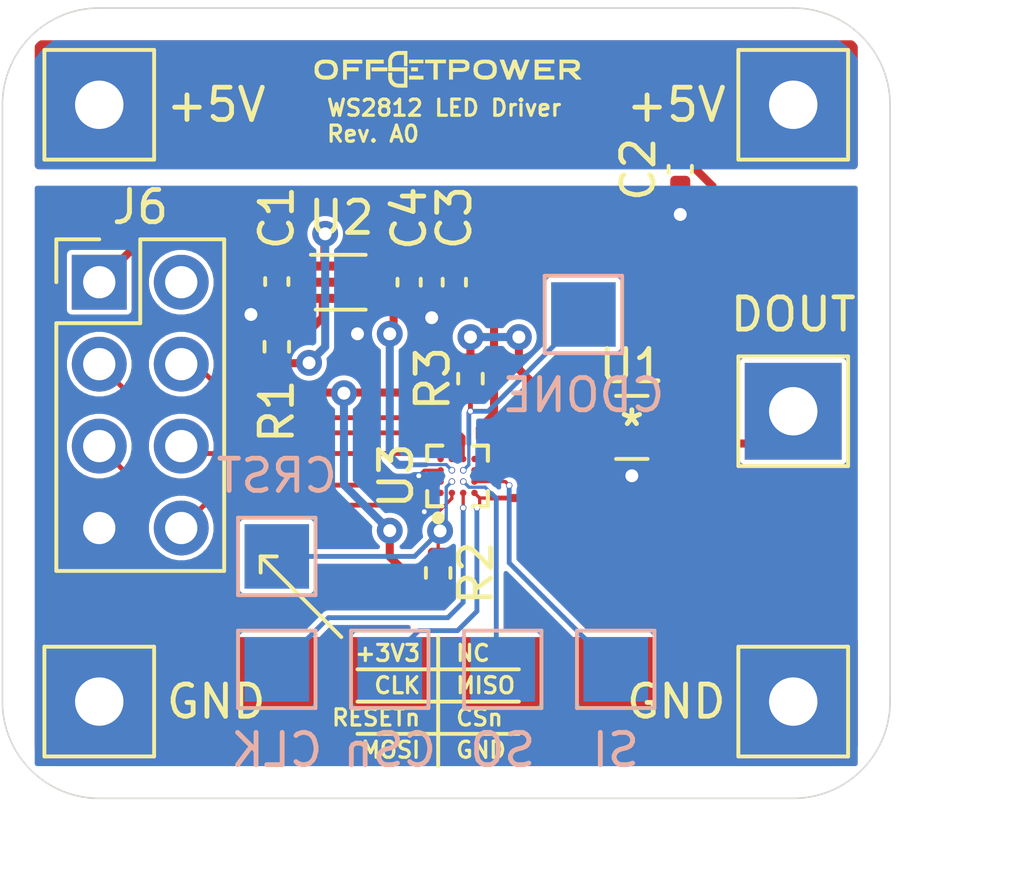
<source format=kicad_pcb>
(kicad_pcb (version 20171130) (host pcbnew "(5.1.10)-1")
  (layers (0 F.Cu signal) (31 B.Cu signal) (34 B.Paste user) (35 F.Paste user) (36 B.SilkS user) (37 F.SilkS user) (38 B.Mask user) (39 F.Mask user hide) (44 Edge.Cuts user))
  (net 0 "")
  (net 1 GND)
  (net 2 +3V3)
  (net 3 +5V)
  (net 4 +1V2)
  (net 5 +2V5)
  (net 6 LED_OUT)
  (net 7 ~RESET~)
  (net 8 SPI_MOSI)
  (net 9 SPI_MISO)
  (net 10 ~CS~)
  (net 11 SPI_CLK)
  (net 12 SPI_MISO_PRGM)
  (net 13 SPI_MOSI_PGRM)
  (net 14 SPI_CLK_PRGM)
  (net 15 LED_OUT-SPI_CS_PRGM)
  (net 16 "Net-(R1-Pad1)")
  (net 17 "Net-(J6-Pad2)")
  (net 18 CRESET)
  (net 19 CDONE)
  (module TestPoint:TestPoint_Pad_2.0x2.0mm (layer B.Cu) (at 94.68 92.97)
    (fp_text reference J12 hide)
    (fp_text value PogoPin)
    (pad 1 smd rect (at 0 0) (size 2 2) (layers B.Cu B.Mask) (net 19 CDONE))
  )
  (module TestPoint:TestPoint_Pad_2.0x2.0mm (layer B.Cu) (at 85.18 100.47)
    (fp_text reference J11 hide)
    (fp_text value PogoPin)
    (pad 1 smd rect (at 0 0) (size 2 2) (layers B.Cu B.Mask) (net 18 CRESET))
  )
  (module WS2812_Driver:Offset_Logo_9mm (layer F.Cu) (at 90.48 85.37)
    (fp_text reference G*** hide)
    (fp_text value LOGO hide)
  )
  (module Connector_PinHeader_2.54mm:PinHeader_2x04_P2.54mm_Vertical (layer F.Cu) (at 79.68 91.97)
    (fp_text reference J6 (at 1.27 -2.33) (layer F.SilkS))
    (fp_text value INPUT)
    (pad 8 thru_hole oval (at 2.54 7.62) (size 1.7 1.7) (drill 1) (layers *.Cu *.Mask) (net 8 SPI_MOSI))
    (pad 7 thru_hole oval (at 0 7.62) (size 1.7 1.7) (drill 1) (layers *.Cu *.Mask) (net 1 GND))
    (pad 6 thru_hole oval (at 2.54 5.08) (size 1.7 1.7) (drill 1) (layers *.Cu *.Mask) (net 10 ~CS~))
    (pad 5 thru_hole oval (at 0 5.08) (size 1.7 1.7) (drill 1) (layers *.Cu *.Mask) (net 7 ~RESET~))
    (pad 4 thru_hole oval (at 2.54 2.54) (size 1.7 1.7) (drill 1) (layers *.Cu *.Mask) (net 9 SPI_MISO))
    (pad 3 thru_hole oval (at 0 2.54) (size 1.7 1.7) (drill 1) (layers *.Cu *.Mask) (net 11 SPI_CLK))
    (pad 2 thru_hole oval (at 2.54 0) (size 1.7 1.7) (drill 1) (layers *.Cu *.Mask) (net 17 "Net-(J6-Pad2)"))
    (pad 1 thru_hole rect (at 0 0) (size 1.7 1.7) (drill 1) (layers *.Cu *.Mask) (net 2 +3V3))
  )
  (module WS2812_Driver:BGA16N35P4X4_140X140X49N (layer F.Cu) (at 90.78 97.975 90)
    (fp_text reference U3 (at 0.005 -1.905 90) (layer F.SilkS))
    (fp_text value ICE40UL640-SWG16ITR1K)
    (pad A1 smd circle (at -0.525 -0.525 90) (size 0.2 0.2) (layers F.Cu F.Paste F.Mask) (net 8 SPI_MOSI))
    (pad B1 smd circle (at -0.525 -0.175 90) (size 0.2 0.2) (layers F.Cu F.Paste F.Mask) (net 1 GND))
    (pad C1 smd circle (at -0.525 0.175 90) (size 0.2 0.2) (layers F.Cu F.Paste F.Mask) (net 14 SPI_CLK_PRGM))
    (pad D1 smd circle (at -0.525 0.525 90) (size 0.2 0.2) (layers F.Cu F.Paste F.Mask) (net 15 LED_OUT-SPI_CS_PRGM))
    (pad A2 smd circle (at -0.175 -0.525 90) (size 0.2 0.2) (layers F.Cu F.Paste F.Mask) (net 7 ~RESET~))
    (pad A3 smd circle (at 0.175 -0.525 90) (size 0.2 0.2) (layers F.Cu F.Paste F.Mask) (net 1 GND))
    (pad A4 smd circle (at 0.525 -0.525 90) (size 0.2 0.2) (layers F.Cu F.Paste F.Mask) (net 10 ~CS~))
    (pad B2 smd circle (at -0.175 -0.175 90) (size 0.2 0.2) (layers F.Cu F.Paste F.Mask) (net 18 CRESET))
    (pad B3 smd circle (at 0.175 -0.175 90) (size 0.2 0.2) (layers F.Cu F.Paste F.Mask) (net 5 +2V5))
    (pad B4 smd circle (at 0.525 -0.175 90) (size 0.2 0.2) (layers F.Cu F.Paste F.Mask) (net 11 SPI_CLK))
    (pad C2 smd circle (at -0.175 0.175 90) (size 0.2 0.2) (layers F.Cu F.Paste F.Mask) (net 12 SPI_MISO_PRGM))
    (pad C3 smd circle (at 0.175 0.175 90) (size 0.2 0.2) (layers F.Cu F.Paste F.Mask) (net 19 CDONE))
    (pad C4 smd circle (at 0.525 0.175 90) (size 0.2 0.2) (layers F.Cu F.Paste F.Mask) (net 9 SPI_MISO))
    (pad D2 smd circle (at -0.175 0.525 90) (size 0.2 0.2) (layers F.Cu F.Paste F.Mask) (net 13 SPI_MOSI_PGRM))
    (pad D3 smd circle (at 0.175 0.525 90) (size 0.2 0.2) (layers F.Cu F.Paste F.Mask) (net 2 +3V3))
    (pad D4 smd circle (at 0.525 0.525 90) (size 0.2 0.2) (layers F.Cu F.Paste F.Mask) (net 4 +1V2))
  )
  (module Package_SON:WSON-6_1.5x1.5mm_P0.5mm (layer F.Cu) (at 87.18 91.97)
    (fp_text reference U2 (at 0 -2) (layer F.SilkS))
    (fp_text value TLV7111225DSER)
    (pad 6 smd rect (at 0.575 -0.5 270) (size 0.28 0.75) (layers F.Cu F.Paste F.Mask) (net 4 +1V2))
    (pad 5 smd rect (at 0.575 0 270) (size 0.28 0.75) (layers F.Cu F.Paste F.Mask) (net 5 +2V5))
    (pad 4 smd rect (at 0.575 0.5 270) (size 0.28 0.75) (layers F.Cu F.Paste F.Mask) (net 1 GND))
    (pad 3 smd rect (at -0.575 0.5 270) (size 0.28 0.75) (layers F.Cu F.Paste F.Mask) (net 16 "Net-(R1-Pad1)"))
    (pad 2 smd rect (at -0.575 0 270) (size 0.28 0.75) (layers F.Cu F.Paste F.Mask) (net 2 +3V3))
    (pad 1 smd rect (at -0.525 -0.5 270) (size 0.28 0.85) (layers F.Cu F.Paste F.Mask) (net 16 "Net-(R1-Pad1)"))
  )
  (module WS2812_Driver:74LVC1T45Z6-7 (layer F.Cu) (at 96.18 96.47)
    (fp_text reference U1 (at 0 -1.9) (layer F.SilkS))
    (fp_text value 74LVC1T45Z6-7 hide)
    (fp_text user * (at 0 0) (layer F.SilkS))
    (pad 1 smd rect (at -0.801601 -0.499999) (size 0.5032 0.3) (layers F.Cu F.Paste F.Mask) (net 2 +3V3))
    (pad 2 smd rect (at -0.801601 0) (size 0.5032 0.3) (layers F.Cu F.Paste F.Mask) (net 1 GND))
    (pad 3 smd rect (at -0.801601 0.499999) (size 0.5032 0.3) (layers F.Cu F.Paste F.Mask) (net 15 LED_OUT-SPI_CS_PRGM))
    (pad 4 smd rect (at 0.801601 0.499999) (size 0.5032 0.3) (layers F.Cu F.Paste F.Mask) (net 6 LED_OUT))
    (pad 5 smd rect (at 0.801601 0) (size 0.5032 0.3) (layers F.Cu F.Paste F.Mask) (net 2 +3V3))
    (pad 6 smd rect (at 0.801601 -0.499999) (size 0.5032 0.3) (layers F.Cu F.Paste F.Mask) (net 3 +5V))
  )
  (module Resistor_SMD:R_0402_1005Metric (layer F.Cu) (at 91.18 94.96 90)
    (fp_text reference R3 (at 0 -1.17 90) (layer F.SilkS))
    (fp_text value 10K)
    (pad 2 smd roundrect (at 0.51 0 90) (size 0.54 0.64) (layers F.Cu F.Paste F.Mask) (net 2 +3V3))
    (pad 1 smd roundrect (at -0.51 0 90) (size 0.54 0.64) (layers F.Cu F.Paste F.Mask) (net 19 CDONE))
  )
  (module Resistor_SMD:R_0402_1005Metric (layer F.Cu) (at 90.18 100.98 270)
    (fp_text reference R2 (at 0 -1.17 90) (layer F.SilkS))
    (fp_text value 10K)
    (pad 2 smd roundrect (at 0.51 0 270) (size 0.54 0.64) (layers F.Cu F.Paste F.Mask) (net 2 +3V3))
    (pad 1 smd roundrect (at -0.51 0 270) (size 0.54 0.64) (layers F.Cu F.Paste F.Mask) (net 18 CRESET))
  )
  (module Resistor_SMD:R_0402_1005Metric (layer F.Cu) (at 85.18 93.97 90)
    (fp_text reference R1 (at -2 0 90) (layer F.SilkS))
    (fp_text value 10K)
    (pad 2 smd roundrect (at 0.51 0 90) (size 0.54 0.64) (layers F.Cu F.Paste F.Mask) (net 1 GND))
    (pad 1 smd roundrect (at -0.51 0 90) (size 0.54 0.64) (layers F.Cu F.Paste F.Mask) (net 16 "Net-(R1-Pad1)"))
  )
  (module TestPoint:TestPoint_Pad_2.0x2.0mm (layer B.Cu) (at 88.68 103.97)
    (fp_text reference J10 hide)
    (fp_text value PogoPin)
    (pad 1 smd rect (at 0 0) (size 2 2) (layers B.Cu B.Mask) (net 15 LED_OUT-SPI_CS_PRGM))
  )
  (module TestPoint:TestPoint_Pad_2.0x2.0mm (layer B.Cu) (at 85.18 103.97)
    (fp_text reference J9 hide)
    (fp_text value PogoPin)
    (pad 1 smd rect (at 0 0) (size 2 2) (layers B.Cu B.Mask) (net 14 SPI_CLK_PRGM))
  )
  (module TestPoint:TestPoint_Pad_2.0x2.0mm (layer B.Cu) (at 95.68 103.97)
    (fp_text reference J8 hide)
    (fp_text value PogoPin)
    (pad 1 smd rect (at 0 0) (size 2 2) (layers B.Cu B.Mask) (net 13 SPI_MOSI_PGRM))
  )
  (module TestPoint:TestPoint_Pad_2.0x2.0mm (layer B.Cu) (at 92.18 103.97)
    (fp_text reference J7 hide)
    (fp_text value PogoPin)
    (pad 1 smd rect (at 0 0) (size 2 2) (layers B.Cu B.Mask) (net 12 SPI_MISO_PRGM))
  )
  (module TestPoint:TestPoint_THTPad_3.0x3.0mm_Drill1.5mm (layer F.Cu) (at 101.18 104.97)
    (fp_text reference J5 hide)
    (fp_text value GNDout)
    (pad 1 thru_hole rect (at 0 0) (size 3 3) (drill 1.5) (layers *.Cu *.Mask) (net 1 GND))
  )
  (module TestPoint:TestPoint_THTPad_3.0x3.0mm_Drill1.5mm (layer F.Cu) (at 101.18 95.97)
    (fp_text reference J4 hide)
    (fp_text value DOUT)
    (pad 1 thru_hole rect (at 0 0) (size 3 3) (drill 1.5) (layers *.Cu *.Mask) (net 6 LED_OUT))
  )
  (module TestPoint:TestPoint_THTPad_3.0x3.0mm_Drill1.5mm (layer F.Cu) (at 101.18 86.47)
    (fp_text reference J3 hide)
    (fp_text value 5Vout)
    (pad 1 thru_hole rect (at 0 0) (size 3 3) (drill 1.5) (layers *.Cu *.Mask) (net 3 +5V))
  )
  (module TestPoint:TestPoint_THTPad_3.0x3.0mm_Drill1.5mm (layer F.Cu) (at 79.68 104.97)
    (fp_text reference J2 hide)
    (fp_text value GNDin)
    (pad 1 thru_hole rect (at 0 0) (size 3 3) (drill 1.5) (layers *.Cu *.Mask) (net 1 GND))
  )
  (module TestPoint:TestPoint_THTPad_3.0x3.0mm_Drill1.5mm (layer F.Cu) (at 79.68 86.47)
    (fp_text reference J1 hide)
    (fp_text value 5Vin)
    (pad 1 thru_hole rect (at 0 0) (size 3 3) (drill 1.5) (layers *.Cu *.Mask) (net 3 +5V))
  )
  (module Capacitor_SMD:C_0402_1005Metric (layer F.Cu) (at 89.28 91.97 270)
    (fp_text reference C4 (at -1.98 0 90) (layer F.SilkS))
    (fp_text value 1U)
    (pad 2 smd roundrect (at 0.48 0 270) (size 0.56 0.62) (layers F.Cu F.Paste F.Mask) (net 1 GND))
    (pad 1 smd roundrect (at -0.48 0 270) (size 0.56 0.62) (layers F.Cu F.Paste F.Mask) (net 5 +2V5))
  )
  (module Capacitor_SMD:C_0402_1005Metric (layer F.Cu) (at 90.68 91.97 270)
    (fp_text reference C3 (at -2 0 90) (layer F.SilkS))
    (fp_text value 1U)
    (pad 2 smd roundrect (at 0.48 0 270) (size 0.56 0.62) (layers F.Cu F.Paste F.Mask) (net 1 GND))
    (pad 1 smd roundrect (at -0.48 0 270) (size 0.56 0.62) (layers F.Cu F.Paste F.Mask) (net 4 +1V2))
  )
  (module Capacitor_SMD:C_0402_1005Metric (layer F.Cu) (at 97.68 88.47 270)
    (fp_text reference C2 (at 0 1.3 90) (layer F.SilkS))
    (fp_text value 10U)
    (pad 2 smd roundrect (at 0.48 0 270) (size 0.56 0.62) (layers F.Cu F.Paste F.Mask) (net 1 GND))
    (pad 1 smd roundrect (at -0.48 0 270) (size 0.56 0.62) (layers F.Cu F.Paste F.Mask) (net 3 +5V))
  )
  (module Capacitor_SMD:C_0402_1005Metric (layer F.Cu) (at 85.18 91.95 270)
    (fp_text reference C1 (at -1.98 0 90) (layer F.SilkS))
    (fp_text value 1U)
    (pad 2 smd roundrect (at 0.48 0 270) (size 0.56 0.62) (layers F.Cu F.Paste F.Mask) (net 1 GND))
    (pad 1 smd roundrect (at -0.48 0 270) (size 0.56 0.62) (layers F.Cu F.Paste F.Mask) (net 2 +3V3))
  )
  (gr_text CDONE (at 94.68 95.47) (layer B.SilkS) (effects (font (size 1 1)) (justify mirror)))
  (gr_text CRST (at 85.18 97.97) (layer B.SilkS) (effects (font (size 1 1)) (justify mirror)))
  (gr_text SI (at 95.68 106.47) (layer B.SilkS) (effects (font (size 1 1)) (justify mirror)))
  (gr_text SO (at 92.18 106.47) (layer B.SilkS) (effects (font (size 1 1)) (justify mirror)))
  (gr_text CSn (at 88.68 106.47) (layer B.SilkS) (effects (font (size 1 1)) (justify mirror)))
  (gr_text CLK (at 85.18 106.47) (layer B.SilkS) (effects (font (size 1 1)) (justify mirror)))
  (gr_text "WS2812 LED Driver\nRev. A0" (at 86.68 86.97) (layer F.SilkS) (effects (font (size 0.5 0.5) (thickness 0.1)) (justify left)))
  (gr_line (start 85.18 100.47) (end 84.68 100.47) (layer F.SilkS) (width 0.12))
  (gr_line (start 84.68 100.97) (end 84.68 100.47) (layer F.SilkS) (width 0.12))
  (gr_line (start 87.18 102.97) (end 84.68 100.47) (layer F.SilkS) (width 0.12))
  (gr_line (start 87.68 105.97) (end 92.68 105.97) (layer F.SilkS) (width 0.12))
  (gr_line (start 87.68 104.97) (end 92.68 104.97) (layer F.SilkS) (width 0.12))
  (gr_text GND (at 90.68 106.47) (layer F.SilkS) (effects (font (size 0.5 0.5) (thickness 0.1)) (justify left)))
  (gr_text CSn (at 90.68 105.47) (layer F.SilkS) (effects (font (size 0.5 0.5) (thickness 0.1)) (justify left)))
  (gr_text MISO (at 90.68 104.47) (layer F.SilkS) (effects (font (size 0.5 0.5) (thickness 0.1)) (justify left)))
  (gr_text NC (at 90.68 103.47) (layer F.SilkS) (effects (font (size 0.5 0.5) (thickness 0.1)) (justify left)))
  (gr_text MOSI (at 89.68 106.47) (layer F.SilkS) (effects (font (size 0.5 0.5) (thickness 0.1)) (justify right)))
  (gr_text RESETn (at 89.68 105.47) (layer F.SilkS) (effects (font (size 0.5 0.5) (thickness 0.1)) (justify right)))
  (gr_text CLK (at 89.68 104.47) (layer F.SilkS) (effects (font (size 0.5 0.5) (thickness 0.1)) (justify right)))
  (gr_line (start 87.68 103.97) (end 92.68 103.97) (layer F.SilkS) (width 0.12))
  (gr_line (start 90.18 102.97) (end 90.18 106.97) (layer F.SilkS) (width 0.12))
  (gr_text +3V3 (at 89.68 103.47) (layer F.SilkS) (effects (font (size 0.5 0.5) (thickness 0.1)) (justify right)))
  (gr_text DOUT (at 101.18 92.97) (layer F.SilkS) (effects (font (size 1 1))))
  (gr_text GND (at 99.18 104.97) (layer F.SilkS) (effects (font (size 1 1)) (justify right)))
  (gr_text +5V (at 99.18 86.47) (layer F.SilkS) (effects (font (size 1 1)) (justify right)))
  (gr_text GND (at 81.68 104.97) (layer F.SilkS) (effects (font (size 1 1)) (justify left)))
  (gr_text +5V (at 81.68 86.47) (layer F.SilkS) (effects (font (size 1 1)) (justify left)))
  (gr_arc (start 101.18 86.47) (end 104.18 86.47) (angle -90) (layer Edge.Cuts) (width 0.05))
  (gr_line (start 101.18 107.97) (end 79.68 107.97) (layer Edge.Cuts) (width 0.05))
  (gr_arc (start 101.18 104.97) (end 101.18 107.97) (angle -90) (layer Edge.Cuts) (width 0.05))
  (gr_line (start 104.18 104.97) (end 104.18 86.47) (layer Edge.Cuts) (width 0.05))
  (gr_line (start 79.68 83.47) (end 101.18 83.47) (layer Edge.Cuts) (width 0.05))
  (gr_line (start 76.68 86.47) (end 76.68 104.97) (layer Edge.Cuts) (width 0.05))
  (gr_arc (start 79.68 104.97) (end 76.68 104.97) (angle -90) (layer Edge.Cuts) (width 0.05))
  (gr_arc (start 79.68 86.47) (end 79.68 83.47) (angle -90) (layer Edge.Cuts) (width 0.05))
  (via (at 96.18 97.97) (size 0.8) (drill 0.4) (layers F.Cu B.Cu) (net 1))
  (segment (start 96.18 96.87) (end 96.18 97.97) (width 0.25) (layer F.Cu) (net 1))
  (segment (start 95.78 96.47) (end 96.18 96.87) (width 0.25) (layer F.Cu) (net 1))
  (segment (start 95.378399 96.47) (end 95.78 96.47) (width 0.25) (layer F.Cu) (net 1))
  (via (at 84.38 92.97) (size 0.8) (drill 0.4) (layers F.Cu B.Cu) (net 1))
  (segment (start 84.92 92.43) (end 84.38 92.97) (width 0.25) (layer F.Cu) (net 1))
  (segment (start 85.18 92.43) (end 84.92 92.43) (width 0.25) (layer F.Cu) (net 1))
  (segment (start 84.87 93.46) (end 85.18 93.46) (width 0.25) (layer F.Cu) (net 1))
  (segment (start 84.38 92.97) (end 84.87 93.46) (width 0.25) (layer F.Cu) (net 1))
  (via (at 89.98 93.07) (size 0.8) (drill 0.4) (layers F.Cu B.Cu) (net 1))
  (segment (start 89.36 92.45) (end 89.98 93.07) (width 0.25) (layer F.Cu) (net 1))
  (segment (start 89.28 92.45) (end 89.36 92.45) (width 0.25) (layer F.Cu) (net 1))
  (segment (start 90.6 92.45) (end 89.98 93.07) (width 0.25) (layer F.Cu) (net 1))
  (segment (start 90.68 92.45) (end 90.6 92.45) (width 0.25) (layer F.Cu) (net 1))
  (via (at 87.68 93.57) (size 0.8) (drill 0.4) (layers F.Cu B.Cu) (net 1))
  (segment (start 87.755 93.495) (end 87.68 93.57) (width 0.25) (layer F.Cu) (net 1))
  (segment (start 87.755 92.47) (end 87.755 93.495) (width 0.25) (layer F.Cu) (net 1))
  (via (at 97.68 89.87) (size 0.8) (drill 0.4) (layers F.Cu B.Cu) (net 1))
  (segment (start 97.68 88.95) (end 97.68 89.87) (width 0.25) (layer F.Cu) (net 1))
  (segment (start 89.75 97.8) (end 89.58 97.97) (width 0.1016) (layer F.Cu) (net 1))
  (segment (start 90.255 97.8) (end 89.75 97.8) (width 0.1016) (layer F.Cu) (net 1))
  (segment (start 89.58 97.97) (end 89.58 97.97) (width 0.1016) (layer F.Cu) (net 1))
  (via (at 89.58 97.97) (size 0.2) (drill 0.15) (layers F.Cu B.Cu) (net 1))
  (via (at 89.75 99.085) (size 0.2) (drill 0.15) (layers F.Cu B.Cu) (net 1))
  (segment (start 90.19 99.085) (end 89.75 99.085) (width 0.1016) (layer F.Cu) (net 1))
  (segment (start 90.605 98.67) (end 90.19 99.085) (width 0.1016) (layer F.Cu) (net 1))
  (segment (start 90.605 98.5) (end 90.605 98.67) (width 0.1016) (layer F.Cu) (net 1))
  (segment (start 91.305 97.8) (end 91.77 97.8) (width 0.1016) (layer F.Cu) (net 2))
  (segment (start 85.68 91.97) (end 85.18 91.47) (width 0.25) (layer F.Cu) (net 2))
  (segment (start 86.605 91.97) (end 85.68 91.97) (width 0.25) (layer F.Cu) (net 2))
  (segment (start 81.18 90.47) (end 79.68 91.97) (width 0.25) (layer F.Cu) (net 2))
  (segment (start 84.18 90.47) (end 81.18 90.47) (width 0.25) (layer F.Cu) (net 2))
  (segment (start 85.18 91.47) (end 84.18 90.47) (width 0.25) (layer F.Cu) (net 2))
  (segment (start 90.24 95.39) (end 91.18 94.45) (width 0.25) (layer F.Cu) (net 2))
  (via (at 87.26 95.41) (size 0.8) (drill 0.4) (layers F.Cu B.Cu) (net 2))
  (segment (start 87.28 95.39) (end 87.26 95.41) (width 0.25) (layer F.Cu) (net 2))
  (segment (start 87.28 95.39) (end 90.24 95.39) (width 0.25) (layer F.Cu) (net 2))
  (segment (start 95.880001 95.970001) (end 95.378399 95.970001) (width 0.25) (layer F.Cu) (net 2))
  (segment (start 96.38 96.47) (end 95.880001 95.970001) (width 0.25) (layer F.Cu) (net 2))
  (segment (start 96.981601 96.47) (end 96.38 96.47) (width 0.25) (layer F.Cu) (net 2))
  (via (at 91.18 93.67) (size 0.8) (drill 0.4) (layers F.Cu B.Cu) (net 2))
  (segment (start 91.18 94.45) (end 91.18 93.67) (width 0.25) (layer F.Cu) (net 2))
  (segment (start 93.979999 95.970001) (end 95.378399 95.970001) (width 0.25) (layer F.Cu) (net 2))
  (segment (start 93.38 96.57) (end 93.979999 95.970001) (width 0.25) (layer F.Cu) (net 2))
  (segment (start 93.38 96.57) (end 92.15 97.8) (width 0.25) (layer F.Cu) (net 2))
  (segment (start 83.68 94.33) (end 84.74 95.39) (width 0.25) (layer F.Cu) (net 2))
  (segment (start 83.68 92.27) (end 83.68 94.33) (width 0.25) (layer F.Cu) (net 2))
  (segment (start 84.48 91.47) (end 83.68 92.27) (width 0.25) (layer F.Cu) (net 2))
  (segment (start 84.74 95.39) (end 87.28 95.39) (width 0.25) (layer F.Cu) (net 2))
  (segment (start 85.18 91.47) (end 84.48 91.47) (width 0.25) (layer F.Cu) (net 2))
  (via (at 88.680006 99.67) (size 0.8) (drill 0.4) (layers F.Cu B.Cu) (net 2))
  (segment (start 87.26 95.41) (end 87.26 98.249994) (width 0.25) (layer B.Cu) (net 2))
  (segment (start 87.26 98.249994) (end 88.680006 99.67) (width 0.25) (layer B.Cu) (net 2))
  (segment (start 88.680006 100.480006) (end 88.680006 99.67) (width 0.25) (layer F.Cu) (net 2))
  (segment (start 89.69 101.49) (end 88.680006 100.480006) (width 0.25) (layer F.Cu) (net 2))
  (segment (start 90.18 101.49) (end 89.69 101.49) (width 0.25) (layer F.Cu) (net 2))
  (segment (start 91.18 93.67) (end 92.58 93.67) (width 0.25) (layer B.Cu) (net 2))
  (via (at 92.68 93.67) (size 0.8) (drill 0.4) (layers F.Cu B.Cu) (net 2))
  (segment (start 92.58 93.67) (end 92.68 93.67) (width 0.25) (layer B.Cu) (net 2))
  (segment (start 92.68 94.670002) (end 93.979999 95.970001) (width 0.25) (layer F.Cu) (net 2))
  (segment (start 92.68 93.67) (end 92.68 94.670002) (width 0.25) (layer F.Cu) (net 2))
  (segment (start 92 97.8) (end 91.77 97.8) (width 0.15) (layer F.Cu) (net 2))
  (segment (start 92.15 97.8) (end 92 97.8) (width 0.25) (layer F.Cu) (net 2))
  (segment (start 96.981601 95.970001) (end 97.179999 95.970001) (width 0.25) (layer F.Cu) (net 3))
  (segment (start 97.179999 95.970001) (end 98.68 94.47) (width 0.25) (layer F.Cu) (net 3))
  (segment (start 98.68 88.99) (end 97.68 87.99) (width 0.25) (layer F.Cu) (net 3))
  (segment (start 98.68 94.47) (end 98.68 88.99) (width 0.25) (layer F.Cu) (net 3))
  (segment (start 91.47 97.285) (end 91.47 96.96) (width 0.1016) (layer F.Cu) (net 4))
  (segment (start 91.305 97.45) (end 91.47 97.285) (width 0.1016) (layer F.Cu) (net 4))
  (segment (start 90.16 90.97) (end 90.68 91.49) (width 0.25) (layer F.Cu) (net 4))
  (segment (start 88.255 90.97) (end 90.16 90.97) (width 0.25) (layer F.Cu) (net 4))
  (segment (start 87.755 91.47) (end 88.255 90.97) (width 0.25) (layer F.Cu) (net 4))
  (segment (start 90.68 91.49) (end 90.91 91.49) (width 0.25) (layer F.Cu) (net 4))
  (segment (start 90.91 91.49) (end 91.91 92.49) (width 0.25) (layer F.Cu) (net 4))
  (segment (start 91.91 92.49) (end 91.91 96.06) (width 0.25) (layer F.Cu) (net 4))
  (segment (start 91.91 96.06) (end 91.47 96.5) (width 0.25) (layer F.Cu) (net 4))
  (segment (start 91.47 96.805) (end 91.47 96.96) (width 0.15) (layer F.Cu) (net 4))
  (segment (start 91.47 96.5) (end 91.47 96.805) (width 0.25) (layer F.Cu) (net 4))
  (segment (start 89.16 91.47) (end 89.18 91.49) (width 0.25) (layer F.Cu) (net 5))
  (segment (start 90.605 97.8) (end 90.605 97.8) (width 0.1016) (layer F.Cu) (net 5))
  (segment (start 88.8 91.97) (end 89.28 91.49) (width 0.25) (layer F.Cu) (net 5))
  (segment (start 87.755 91.97) (end 88.8 91.97) (width 0.25) (layer F.Cu) (net 5))
  (via (at 88.68 93.57) (size 0.8) (drill 0.4) (layers F.Cu B.Cu) (net 5))
  (segment (start 88.8 93.45) (end 88.68 93.57) (width 0.25) (layer F.Cu) (net 5))
  (segment (start 88.8 91.97) (end 88.8 93.45) (width 0.25) (layer F.Cu) (net 5))
  (segment (start 88.68 93.57) (end 88.68 97.37) (width 0.25) (layer B.Cu) (net 5))
  (segment (start 88.68 97.37) (end 88.94 97.63) (width 0.25) (layer B.Cu) (net 5))
  (segment (start 89.245 97.63) (end 88.94 97.63) (width 0.25) (layer B.Cu) (net 5))
  (segment (start 89.8 97.63) (end 89.245 97.63) (width 0.15) (layer B.Cu) (net 5))
  (segment (start 90.605 97.8) (end 90.6 97.8) (width 0.1016) (layer F.Cu) (net 5))
  (via (at 90.605 97.8) (size 0.2) (drill 0.15) (layers F.Cu B.Cu) (net 5))
  (segment (start 89.805 97.625) (end 89.8 97.63) (width 0.1016) (layer B.Cu) (net 5))
  (segment (start 90.43 97.625) (end 89.805 97.625) (width 0.1016) (layer B.Cu) (net 5))
  (segment (start 90.605 97.8) (end 90.43 97.625) (width 0.1016) (layer B.Cu) (net 5))
  (segment (start 100.180001 96.969999) (end 101.18 95.97) (width 0.25) (layer F.Cu) (net 6))
  (segment (start 96.981601 96.969999) (end 100.180001 96.969999) (width 0.25) (layer F.Cu) (net 6))
  (segment (start 89.9 98.15) (end 89.73 98.32) (width 0.1016) (layer F.Cu) (net 7))
  (segment (start 90.255 98.15) (end 89.9 98.15) (width 0.1016) (layer F.Cu) (net 7))
  (segment (start 88.935 98.32) (end 89.73 98.32) (width 0.15) (layer F.Cu) (net 7))
  (segment (start 88.875 98.26) (end 88.935 98.32) (width 0.15) (layer F.Cu) (net 7))
  (segment (start 80.89 98.26) (end 88.875 98.26) (width 0.15) (layer F.Cu) (net 7))
  (segment (start 79.68 97.05) (end 80.89 98.26) (width 0.15) (layer F.Cu) (net 7))
  (segment (start 89.895 98.67) (end 89.78 98.67) (width 0.1016) (layer F.Cu) (net 8))
  (segment (start 90.22 98.535) (end 90.03 98.535) (width 0.1016) (layer F.Cu) (net 8))
  (segment (start 90.03 98.535) (end 89.895 98.67) (width 0.1016) (layer F.Cu) (net 8))
  (segment (start 90.255 98.5) (end 90.22 98.535) (width 0.1016) (layer F.Cu) (net 8))
  (segment (start 82.93 98.88) (end 82.22 99.59) (width 0.15) (layer F.Cu) (net 8))
  (segment (start 89.325 98.88) (end 82.93 98.88) (width 0.15) (layer F.Cu) (net 8))
  (segment (start 89.535 98.67) (end 89.325 98.88) (width 0.15) (layer F.Cu) (net 8))
  (segment (start 89.78 98.67) (end 89.535 98.67) (width 0.15) (layer F.Cu) (net 8))
  (segment (start 90.955 97.45) (end 90.955 96.985) (width 0.1016) (layer F.Cu) (net 9))
  (segment (start 84.33 96.17) (end 82.67 94.51) (width 0.15) (layer F.Cu) (net 9))
  (segment (start 90.35 96.17) (end 84.33 96.17) (width 0.15) (layer F.Cu) (net 9))
  (segment (start 90.955 96.775) (end 90.35 96.17) (width 0.15) (layer F.Cu) (net 9))
  (segment (start 82.67 94.51) (end 82.22 94.51) (width 0.15) (layer F.Cu) (net 9))
  (segment (start 90.955 96.985) (end 90.955 96.775) (width 0.15) (layer F.Cu) (net 9))
  (segment (start 90.08 97.28) (end 89.79 97.28) (width 0.1016) (layer F.Cu) (net 10))
  (segment (start 90.25 97.45) (end 90.08 97.28) (width 0.1016) (layer F.Cu) (net 10))
  (segment (start 90.255 97.45) (end 90.25 97.45) (width 0.1016) (layer F.Cu) (net 10))
  (segment (start 82.45 97.28) (end 82.22 97.05) (width 0.15) (layer F.Cu) (net 10))
  (segment (start 89.79 97.28) (end 82.45 97.28) (width 0.15) (layer F.Cu) (net 10))
  (segment (start 90.605 97.095) (end 90.485 96.975) (width 0.1016) (layer F.Cu) (net 11))
  (segment (start 90.605 97.45) (end 90.605 97.095) (width 0.1016) (layer F.Cu) (net 11))
  (segment (start 80.94 95.77) (end 79.68 94.51) (width 0.15) (layer F.Cu) (net 11))
  (segment (start 82.98 95.77) (end 80.94 95.77) (width 0.15) (layer F.Cu) (net 11))
  (segment (start 83.85 96.64) (end 82.98 95.77) (width 0.15) (layer F.Cu) (net 11))
  (segment (start 90.15 96.64) (end 83.85 96.64) (width 0.15) (layer F.Cu) (net 11))
  (segment (start 90.485 96.975) (end 90.15 96.64) (width 0.15) (layer F.Cu) (net 11))
  (segment (start 90.955 98.15) (end 90.96 98.15) (width 0.1016) (layer F.Cu) (net 12))
  (segment (start 91.83 98.52) (end 91.98 98.67) (width 0.15) (layer B.Cu) (net 12))
  (segment (start 91.135 98.325) (end 91.635 98.325) (width 0.1016) (layer B.Cu) (net 12))
  (segment (start 91.635 98.325) (end 91.83 98.52) (width 0.1016) (layer B.Cu) (net 12))
  (segment (start 91.13 98.32) (end 91.135 98.325) (width 0.1016) (layer B.Cu) (net 12))
  (segment (start 91.98 103.77) (end 92.18 103.97) (width 0.15) (layer B.Cu) (net 12))
  (segment (start 91.98 98.67) (end 91.98 103.77) (width 0.15) (layer B.Cu) (net 12))
  (segment (start 90.96 98.15) (end 90.96 98.15) (width 0.1016) (layer F.Cu) (net 12))
  (via (at 90.96 98.15) (size 0.2) (drill 0.15) (layers F.Cu B.Cu) (net 12))
  (segment (start 91.13 98.32) (end 90.96 98.15) (width 0.1016) (layer B.Cu) (net 12))
  (segment (start 92.26 98.15) (end 92.38 98.27) (width 0.1016) (layer F.Cu) (net 13))
  (segment (start 91.305 98.15) (end 92.26 98.15) (width 0.1016) (layer F.Cu) (net 13))
  (via (at 92.38 98.27) (size 0.2) (drill 0.15) (layers F.Cu B.Cu) (net 13))
  (segment (start 92.38 100.67) (end 92.38 98.27) (width 0.15) (layer B.Cu) (net 13))
  (segment (start 95.68 103.97) (end 92.38 100.67) (width 0.15) (layer B.Cu) (net 13))
  (segment (start 90.955 98.5) (end 90.955 98.965) (width 0.1016) (layer F.Cu) (net 14))
  (via (at 90.955 98.965) (size 0.2) (drill 0.15) (layers F.Cu B.Cu) (net 14))
  (segment (start 86.78 102.37) (end 85.18 103.97) (width 0.15) (layer B.Cu) (net 14))
  (segment (start 90.48 102.37) (end 86.78 102.37) (width 0.15) (layer B.Cu) (net 14))
  (segment (start 90.955 101.895) (end 90.48 102.37) (width 0.15) (layer B.Cu) (net 14))
  (segment (start 90.955 98.965) (end 90.955 101.895) (width 0.15) (layer B.Cu) (net 14))
  (segment (start 91.465 98.66) (end 91.8 98.66) (width 0.1016) (layer F.Cu) (net 15))
  (segment (start 91.305 98.5) (end 91.465 98.66) (width 0.1016) (layer F.Cu) (net 15))
  (segment (start 95.378399 96.969999) (end 95.180001 96.969999) (width 0.25) (layer F.Cu) (net 15))
  (segment (start 95.180001 96.969999) (end 93.49 98.66) (width 0.25) (layer F.Cu) (net 15))
  (segment (start 93.49 98.66) (end 92.49 98.66) (width 0.25) (layer F.Cu) (net 15))
  (via (at 91.38 98.97) (size 0.2) (drill 0.15) (layers F.Cu B.Cu) (net 15))
  (segment (start 91.465 98.885) (end 91.38 98.97) (width 0.1016) (layer F.Cu) (net 15))
  (segment (start 91.465 98.66) (end 91.465 98.885) (width 0.1016) (layer F.Cu) (net 15))
  (segment (start 91.38 102.17) (end 91.38 98.97) (width 0.15) (layer B.Cu) (net 15))
  (segment (start 90.78 102.77) (end 91.38 102.17) (width 0.15) (layer B.Cu) (net 15))
  (segment (start 89.58 102.77) (end 90.78 102.77) (width 0.15) (layer B.Cu) (net 15))
  (segment (start 88.68 103.67) (end 89.58 102.77) (width 0.15) (layer B.Cu) (net 15))
  (segment (start 92.49 98.66) (end 91.8 98.66) (width 0.15) (layer F.Cu) (net 15))
  (segment (start 86.605 93.055) (end 86.605 92.47) (width 0.25) (layer F.Cu) (net 16))
  (segment (start 85.18 94.48) (end 86.605 93.055) (width 0.25) (layer F.Cu) (net 16))
  (via (at 86.68 90.47) (size 0.8) (drill 0.4) (layers F.Cu B.Cu) (net 16))
  (segment (start 86.655 90.495) (end 86.68 90.47) (width 0.25) (layer F.Cu) (net 16))
  (segment (start 86.655 91.47) (end 86.655 90.495) (width 0.25) (layer F.Cu) (net 16))
  (segment (start 86.68 92.545) (end 86.605 92.47) (width 0.25) (layer F.Cu) (net 16))
  (via (at 86.18 94.47) (size 0.8) (drill 0.4) (layers F.Cu B.Cu) (net 16))
  (segment (start 86.68 90.47) (end 86.68 93.97) (width 0.25) (layer B.Cu) (net 16))
  (segment (start 86.68 93.97) (end 86.18 94.47) (width 0.25) (layer B.Cu) (net 16))
  (segment (start 85.18 94.48) (end 86.17 94.48) (width 0.25) (layer F.Cu) (net 16))
  (segment (start 86.17 94.48) (end 86.18 94.47) (width 0.25) (layer F.Cu) (net 16))
  (segment (start 90.605 98.15) (end 90.605 98.15) (width 0.1016) (layer F.Cu) (net 18))
  (via (at 90.24 99.68) (size 0.8) (drill 0.4) (layers F.Cu B.Cu) (net 18))
  (segment (start 90.18 99.74) (end 90.24 99.68) (width 0.1016) (layer F.Cu) (net 18))
  (segment (start 90.18 100.47) (end 90.18 99.74) (width 0.1016) (layer F.Cu) (net 18))
  (segment (start 89.45 100.47) (end 90.24 99.68) (width 0.15) (layer B.Cu) (net 18))
  (segment (start 85.18 100.47) (end 89.45 100.47) (width 0.15) (layer B.Cu) (net 18))
  (segment (start 90.43 98.33) (end 90.43 99.49) (width 0.1016) (layer B.Cu) (net 18))
  (segment (start 90.43 99.49) (end 90.24 99.68) (width 0.1016) (layer B.Cu) (net 18))
  (segment (start 90.44 98.32) (end 90.43 98.33) (width 0.1016) (layer B.Cu) (net 18))
  (segment (start 90.605 98.15) (end 90.605 98.155) (width 0.1016) (layer F.Cu) (net 18))
  (via (at 90.605 98.15) (size 0.2) (drill 0.15) (layers F.Cu B.Cu) (net 18))
  (segment (start 90.44 98.315) (end 90.605 98.15) (width 0.1016) (layer B.Cu) (net 18))
  (segment (start 90.44 98.32) (end 90.44 98.315) (width 0.1016) (layer B.Cu) (net 18))
  (segment (start 90.955 97.8) (end 90.96 97.8) (width 0.1016) (layer F.Cu) (net 19))
  (segment (start 91.13 97.63) (end 91.13 96.98) (width 0.1016) (layer B.Cu) (net 19))
  (segment (start 91.13 96.02) (end 91.18 95.97) (width 0.15) (layer B.Cu) (net 19))
  (via (at 91.18 95.97) (size 0.2) (drill 0.15) (layers F.Cu B.Cu) (net 19))
  (segment (start 91.13 96.98) (end 91.13 96.02) (width 0.15) (layer B.Cu) (net 19))
  (segment (start 91.18 95.97) (end 91.18 95.47) (width 0.15) (layer F.Cu) (net 19))
  (segment (start 94.68 93.02) (end 94.68 92.97) (width 0.15) (layer B.Cu) (net 19))
  (segment (start 91.73 95.97) (end 94.68 93.02) (width 0.15) (layer B.Cu) (net 19))
  (segment (start 91.18 95.97) (end 91.73 95.97) (width 0.15) (layer B.Cu) (net 19))
  (segment (start 90.96 97.8) (end 90.96 97.8) (width 0.1016) (layer F.Cu) (net 19))
  (via (at 90.96 97.8) (size 0.2) (drill 0.15) (layers F.Cu B.Cu) (net 19))
  (segment (start 91.13 97.63) (end 90.96 97.8) (width 0.1016) (layer B.Cu) (net 19))
  (zone (net 1) (net_name GND) (layer F.Cu) (connect_pads yes (clearance 0.508)) (min_thickness 0.254) (fill yes (arc_segments 32) (thermal_gap 0.508) (thermal_bridge_width 0.508))
    (polygon (pts (xy 103.18 106.97) (xy 77.68 106.97) (xy 77.68 102.97) (xy 103.18 102.97)))
  )
  (zone (net 3) (net_name +5V) (layer F.Cu) (connect_pads yes (clearance 0.25)) (min_thickness 0.254) (fill yes (arc_segments 32) (thermal_gap 0.25) (thermal_bridge_width 0.508))
    (polygon (pts (xy 103.18 88.47) (xy 77.68 88.47) (xy 77.68 84.47) (xy 103.18 84.47)))
  )
  (zone (net 3) (net_name +5V) (layer B.Cu) (priority 1) (connect_pads yes (clearance 0.508)) (min_thickness 0.254) (fill yes (arc_segments 32) (thermal_gap 0.508) (thermal_bridge_width 0.508))
    (polygon (pts (xy 103.18 88.47) (xy 77.68 88.47) (xy 77.68 84.47) (xy 103.18 84.47)))
  )
  (zone (net 1) (net_name GND) (layer B.Cu) (connect_pads yes (clearance 0.15)) (min_thickness 0.15) (fill yes (arc_segments 32) (thermal_gap 0.25) (thermal_bridge_width 0.508))
    (polygon (pts (xy 103.18 106.97) (xy 77.68 106.97) (xy 77.68 88.47) (xy 103.18 88.47)))
  )
)
</source>
